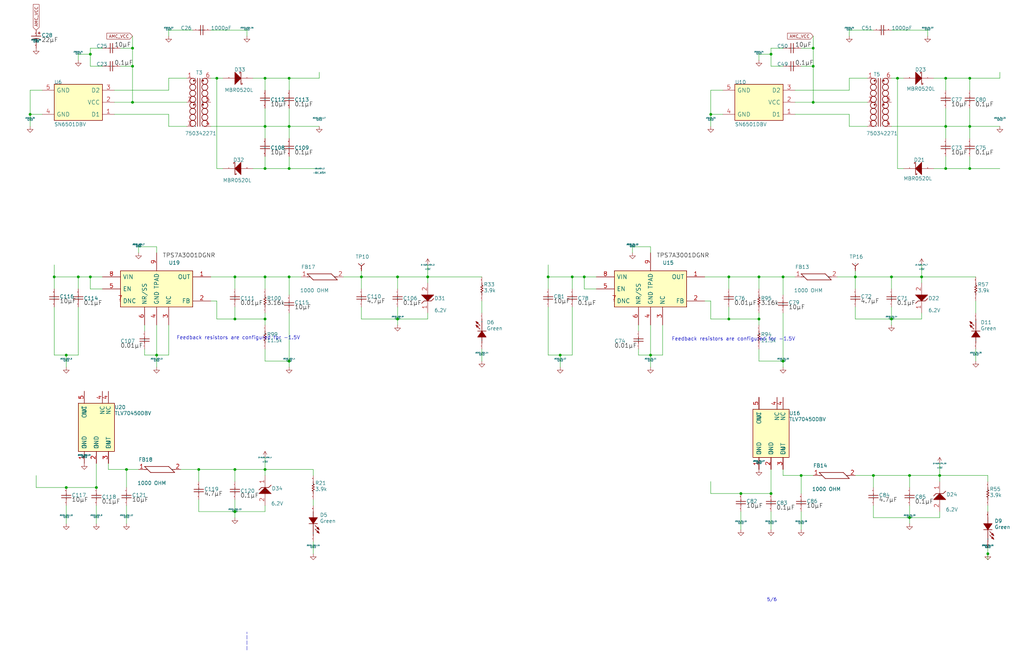
<source format=kicad_sch>
(kicad_sch (version 20210406) (generator eeschema)
  (paper "B")
  (title_block (title "Pg6-Power supply 1-SchDoc") (date "29 01 2021"))
  (lib_symbols
    (symbol "Pg5-Power-supply-1-SchDoc-rescue:06031C103J4Z4A-" (pin_names (offset 1.016))
      (property "Reference" "C" (at -10.16 -2.54 0))
      (property "Value" "06031C103J4Z4A-" (at 0 0 0))
      (symbol "06031C103J4Z4A-_0_1"
        (pin passive line (at 5.08 0 180) (length 2.54) (name "1") (number "1"))
        (pin passive line (at -2.54 0 0) (length 2.54) (name "2") (number "2"))
      )
    )
    (symbol "Pg5-Power-supply-1-SchDoc-rescue:202R18W102KV4E-" (pin_names (offset 1.016))
      (property "Reference" "C" (at -10.16 0 0))
      (property "Value" "202R18W102KV4E-" (at 0 0 0))
      (symbol "202R18W102KV4E-_0_1"
        (pin passive line (at 5.08 0 180) (length 2.54) (name "1") (number "1"))
        (pin passive line (at -2.54 0 0) (length 2.54) (name "2") (number "2"))
      )
    )
    (symbol "Pg5-Power-supply-1-SchDoc-rescue:C0603C104K5RACTU-" (pin_names (offset 1.016))
      (property "Reference" "C" (at -7.62 0 0))
      (property "Value" "C0603C104K5RACTU-" (at 0 0 0))
      (symbol "C0603C104K5RACTU-_0_1"
        (pin passive line (at 5.08 0 180) (length 2.54) (name "1") (number "1"))
        (pin passive line (at -2.54 0 0) (length 2.54) (name "2") (number "2"))
      )
    )
    (symbol "Pg5-Power-supply-1-SchDoc-rescue:C2012X5R1H475K125AB-" (pin_names (offset 1.016))
      (property "Reference" "C" (at 2.286 -1.524 0))
      (property "Value" "C2012X5R1H475K125AB-" (at 0 0 0))
      (symbol "C2012X5R1H475K125AB-_0_1"
        (pin passive line (at 5.08 0 180) (length 2.54) (name "1") (number "1"))
        (pin passive line (at -2.54 0 0) (length 2.54) (name "2") (number "2"))
      )
    )
    (symbol "Pg5-Power-supply-1-SchDoc-rescue:CRCW060311K5FKEA-" (pin_names (offset 1.016))
      (property "Reference" "R" (at 0.762 0.254 0))
      (property "Value" "CRCW060311K5FKEA-" (at 0 0 0))
      (symbol "CRCW060311K5FKEA-_0_1"
        (pin passive line (at -5.08 0 0) (length 2.54) (name "1") (number "1"))
        (pin passive line (at 5.08 0 180) (length 2.54) (name "2") (number "2"))
      )
    )
    (symbol "Pg5-Power-supply-1-SchDoc-rescue:CRCW06033K90JNEA-" (pin_names (offset 1.016))
      (property "Reference" "R" (at 0.762 1.016 0))
      (property "Value" "CRCW06033K90JNEA-" (at 0 0 0))
      (symbol "CRCW06033K90JNEA-_0_1"
        (pin passive line (at -5.08 0 0) (length 2.54) (name "1") (number "1"))
        (pin passive line (at 5.08 0 180) (length 2.54) (name "2") (number "2"))
      )
    )
    (symbol "Pg5-Power-supply-1-SchDoc-rescue:DFLZ6V2-7-" (pin_names (offset 1.016))
      (property "Reference" "D" (at 2.794 0.254 0))
      (property "Value" "DFLZ6V2-7-" (at 2.794 -2.286 90))
      (symbol "DFLZ6V2-7-_0_1"
        (pin passive line (at -5.08 0 0) (length 5.08) (name "K") (number "1"))
        (pin passive line (at 7.62 0 180) (length 5.08) (name "A") (number "2"))
      )
    )
    (symbol "Pg5-Power-supply-1-SchDoc-rescue:GMK325AB7106MM-T-" (pin_names (offset 1.016))
      (property "Reference" "C" (at -7.62 0 0))
      (property "Value" "GMK325AB7106MM-T-" (at 0 0 0))
      (symbol "GMK325AB7106MM-T-_0_1"
        (pin passive line (at 5.08 0 180) (length 2.54) (name "1") (number "1"))
        (pin passive line (at -2.54 0 0) (length 2.54) (name "2") (number "2"))
      )
    )
    (symbol "Pg5-Power-supply-1-SchDoc-rescue:LED_LG_L29K-G2J1-24-Z-" (pin_names (offset 1.016))
      (property "Reference" "D" (at 2.794 -4.826 0))
      (property "Value" "LED_LG_L29K-G2J1-24-Z-" (at 0 0 0))
      (symbol "LED_LG_L29K-G2J1-24-Z-_0_1"
        (pin passive line (at 15.24 0 180) (length 2.54) (name "C") (number "1"))
        (pin passive line (at 0 0 0) (length 2.54) (name "A") (number "2"))
      )
    )
    (symbol "Pg5-Power-supply-1-SchDoc-rescue:MBR0520LT1G-" (pin_names (offset 1.016))
      (property "Reference" "D" (at -2.794 2.794 0))
      (property "Value" "MBR0520LT1G-" (at -6.35 -5.334 0))
      (symbol "MBR0520LT1G-_0_1"
        (pin passive line (at -5.08 0 0) (length 5.08) (name "K") (number "1"))
        (pin passive line (at 7.62 0 180) (length 5.08) (name "A") (number "2"))
      )
    )
    (symbol "Pg5-Power-supply-1-SchDoc-rescue:MMZ1608B102C-" (pin_names (offset 1.016))
      (property "Reference" "FB" (at -2.54 0.762 0))
      (property "Value" "MMZ1608B102C-" (at 5.08 0.762 0))
      (symbol "MMZ1608B102C-_0_1"
        (pin passive line (at -2.54 -2.54 0) (length 2.54) (name "1") (number "1"))
        (pin passive line (at 15.24 -2.54 180) (length 2.54) (name "2") (number "2"))
      )
    )
    (symbol "Pg5-Power-supply-1-SchDoc-rescue:RC0603FR-073K16L-" (pin_names (offset 1.016))
      (property "Reference" "R" (at 0.762 0.254 0))
      (property "Value" "RC0603FR-073K16L-" (at 0 0 0))
      (symbol "RC0603FR-073K16L-_0_1"
        (pin passive line (at -5.08 0 0) (length 2.54) (name "1") (number "1"))
        (pin passive line (at 5.08 0 180) (length 2.54) (name "2") (number "2"))
      )
    )
    (symbol "Pg5-Power-supply-1-SchDoc-rescue:SN6501DBV-" (pin_names (offset 1.016))
      (property "Reference" "U" (at -10.16 7.62 0))
      (property "Value" "SN6501DBV-" (at -10.16 -10.16 0))
      (symbol "SN6501DBV-_0_1"
        (pin output line (at 15.24 5.08 180) (length 5.08) (name "D1") (number "1"))
        (pin power_in line (at 15.24 0 180) (length 5.08) (name "VCC") (number "2"))
        (pin output line (at 15.24 -5.08 180) (length 5.08) (name "D2") (number "3"))
        (pin power_in line (at -15.24 5.08 0) (length 5.08) (name "GND") (number "4"))
        (pin power_in line (at -15.24 -5.08 0) (length 5.08) (name "GND") (number "5"))
      )
    )
    (symbol "Pg5-Power-supply-1-SchDoc-rescue:TLV70450DBV-" (pin_names (offset 1.016))
      (property "Reference" "U" (at 7.62 7.62 0))
      (property "Value" "TLV70450DBV-" (at 7.62 5.08 90))
      (symbol "TLV70450DBV-_0_1"
        (pin power_in line (at -15.24 5.08 0) (length 5.08) (name "GND") (number "1"))
        (pin power_in line (at -15.24 5.08 0) (length 5.08) (name "IN") (number "1"))
        (pin power_in line (at -15.24 0 0) (length 5.08) (name "GND") (number "2"))
        (pin input line (at -15.24 0 0) (length 5.08) (name "IN") (number "2"))
        (pin input line (at -15.24 -5.08 0) (length 5.08) (name "EN") (number "3"))
        (pin output line (at -15.24 -5.08 0) (length 5.08) (name "OUT") (number "3"))
        (pin passive line (at 15.24 -5.08 180) (length 5.08) (name "NC") (number "4"))
        (pin power_in line (at 15.24 -2.54 180) (length 5.08) (name "NC") (number "4"))
        (pin power_in line (at 15.24 5.08 180) (length 5.08) (name "NC") (number "5"))
        (pin power_in line (at 15.24 5.08 180) (length 5.08) (name "OUT") (number "5"))
      )
    )
    (symbol "Pg5-Power-supply-1-SchDoc-rescue:TP-040_RND-" (pin_names (offset 1.016))
      (property "Reference" "TP" (at -2.54 5.08 0))
      (property "Value" "TP-040_RND-" (at 0 0 0))
      (symbol "TP-040_RND-_0_1"
        (pin passive line (at 0 0 90) (length 2.032) (name "1") (number "1"))
      )
    )
    (symbol "Pg5-Power-supply-1-SchDoc-rescue:TPS7A3001DGNR-" (pin_names (offset 1.016))
      (property "Reference" "U" (at -10.16 2.54 0))
      (property "Value" "TPS7A3001DGNR-" (at -43.18 -22.86 0))
      (symbol "TPS7A3001DGNR-_0_1"
        (pin power_in line (at -7.62 -2.54 0) (length 7.62) (name "OUT") (number "1"))
        (pin input line (at -7.62 -12.7 0) (length 7.62) (name "FB") (number "2"))
        (pin passive line (at 10.16 -22.86 90) (length 7.62) (name "NC") (number "3"))
        (pin power_in line (at 15.24 -22.86 90) (length 7.62) (name "GND") (number "4"))
        (pin input line (at 38.1 -7.62 180) (length 7.62) (name "EN") (number "5"))
        (pin input line (at 20.32 -22.86 90) (length 7.62) (name "NR/SS") (number "6"))
        (pin passive line (at 30.734 -12.7 180) (length 0.254) (name "DNC") (number "7"))
        (pin power_in line (at 38.1 -2.54 180) (length 7.62) (name "VIN") (number "8"))
        (pin passive line (at 15.24 7.62 270) (length 7.62) (name "TPAD") (number "9"))
      )
    )
    (symbol "Pg5-Power-supply-1-SchDoc-rescue:TRNSFMR-" (pin_names (offset 1.016))
      (property "Reference" "T" (at 0 0.762 0))
      (property "Value" "TRNSFMR-" (at -3.048 -24.13 0))
      (symbol "TRNSFMR-_0_1"
        (pin passive line (at -2.54 0 0) (length 2.54) (name "1") (number "1"))
        (pin passive line (at -2.54 -10.16 0) (length 2.54) (name "2") (number "2"))
        (pin passive line (at -2.54 -20.32 0) (length 2.54) (name "3") (number "3"))
        (pin passive line (at 7.62 -20.32 180) (length 2.54) (name "4") (number "4"))
        (pin passive line (at 7.62 -10.16 180) (length 2.54) (name "5") (number "5"))
        (pin passive line (at 7.62 0 180) (length 2.54) (name "6") (number "6"))
      )
    )
    (symbol "Pg5-Power-supply-1-SchDoc-rescue:UUD1E220MCL1GS-" (pin_names (offset 1.016))
      (property "Reference" "C" (at 2.286 2.032 0))
      (property "Value" "UUD1E220MCL1GS-" (at 0 0 0))
      (symbol "UUD1E220MCL1GS-_0_1"
        (pin passive line (at 5.08 0 180) (length 2.54) (name "+") (number "1"))
        (pin passive line (at -2.54 0 0) (length 2.54) (name "-") (number "2"))
      )
    )
    (symbol "power:+5V" (power) (pin_names (offset 0))
      (property "Value" "+5V" (at 0 3.556 0))
      (symbol "+5V_1_1"
        (pin power_in line (at 0 0 90) (length 0) hide (name "+5V") (number "1"))
      )
    )
    (symbol "power:GND" (power) (pin_names (offset 0))
      (property "Value" "GND" (at 0 -3.81 0))
      (symbol "GND_1_1"
        (pin power_in line (at 0 0 270) (length 0) hide (name "GND") (number "1"))
      )
    )
  )
  (junction (at 12.7 48.26) (diameter 1.016))
  (junction (at 22.86 116.84) (diameter 1.016))
  (junction (at 27.94 149.86) (diameter 1.016))
  (junction (at 27.94 205.74) (diameter 1.016))
  (junction (at 33.02 116.84) (diameter 1.016))
  (junction (at 38.1 22.86) (diameter 1.016))
  (junction (at 38.1 116.84) (diameter 1.016))
  (junction (at 40.64 205.74) (diameter 1.016))
  (junction (at 53.34 198.12) (diameter 1.016))
  (junction (at 55.88 20.32) (diameter 1.016))
  (junction (at 55.88 27.94) (diameter 1.016))
  (junction (at 55.88 43.18) (diameter 1.016))
  (junction (at 66.04 149.86) (diameter 1.016))
  (junction (at 83.82 198.12) (diameter 1.016))
  (junction (at 91.44 33.02) (diameter 1.016))
  (junction (at 99.06 116.84) (diameter 1.016))
  (junction (at 99.06 134.62) (diameter 1.016))
  (junction (at 99.06 198.12) (diameter 1.016))
  (junction (at 99.06 215.9) (diameter 1.016))
  (junction (at 111.76 33.02) (diameter 1.016))
  (junction (at 111.76 53.34) (diameter 1.016))
  (junction (at 111.76 71.12) (diameter 1.016))
  (junction (at 111.76 116.84) (diameter 1.016))
  (junction (at 111.76 134.62) (diameter 1.016))
  (junction (at 111.76 198.12) (diameter 1.016))
  (junction (at 121.92 33.02) (diameter 1.016))
  (junction (at 121.92 53.34) (diameter 1.016))
  (junction (at 121.92 71.12) (diameter 1.016))
  (junction (at 121.92 116.84) (diameter 1.016))
  (junction (at 121.92 152.4) (diameter 1.016))
  (junction (at 152.4 116.84) (diameter 1.016))
  (junction (at 167.64 116.84) (diameter 1.016))
  (junction (at 167.64 134.62) (diameter 1.016))
  (junction (at 180.34 116.84) (diameter 1.016))
  (junction (at 231.14 116.84) (diameter 1.016))
  (junction (at 236.22 149.86) (diameter 1.016))
  (junction (at 241.3 116.84) (diameter 1.016))
  (junction (at 246.38 116.84) (diameter 1.016))
  (junction (at 274.32 149.86) (diameter 1.016))
  (junction (at 299.72 48.26) (diameter 1.016))
  (junction (at 307.34 116.84) (diameter 1.016))
  (junction (at 307.34 134.62) (diameter 1.016))
  (junction (at 312.42 208.28) (diameter 1.016))
  (junction (at 320.04 116.84) (diameter 1.016))
  (junction (at 320.04 134.62) (diameter 1.016))
  (junction (at 325.12 22.86) (diameter 1.016))
  (junction (at 325.12 208.28) (diameter 1.016))
  (junction (at 330.2 116.84) (diameter 1.016))
  (junction (at 330.2 152.4) (diameter 1.016))
  (junction (at 337.82 200.66) (diameter 1.016))
  (junction (at 342.9 20.32) (diameter 1.016))
  (junction (at 342.9 27.94) (diameter 1.016))
  (junction (at 342.9 43.18) (diameter 1.016))
  (junction (at 360.68 116.84) (diameter 1.016))
  (junction (at 368.3 200.66) (diameter 1.016))
  (junction (at 375.92 116.84) (diameter 1.016))
  (junction (at 375.92 134.62) (diameter 1.016))
  (junction (at 378.46 33.02) (diameter 1.016))
  (junction (at 383.54 200.66) (diameter 1.016))
  (junction (at 383.54 218.44) (diameter 1.016))
  (junction (at 388.62 116.84) (diameter 1.016))
  (junction (at 396.24 200.66) (diameter 1.016))
  (junction (at 398.78 33.02) (diameter 1.016))
  (junction (at 398.78 53.34) (diameter 1.016))
  (junction (at 398.78 71.12) (diameter 1.016))
  (junction (at 408.94 33.02) (diameter 1.016))
  (junction (at 408.94 53.34) (diameter 1.016))
  (junction (at 408.94 71.12) (diameter 1.016))
  (junction (at 416.56 233.68) (diameter 1.016))
  (wire (pts (xy 12.7 38.1) (xy 17.78 38.1)))
  (wire (pts (xy 12.7 48.26) (xy 12.7 38.1)))
  (wire (pts (xy 12.7 48.26) (xy 17.78 48.26)))
  (wire (pts (xy 12.7 53.34) (xy 12.7 48.26)))
  (wire (pts (xy 15.24 200.66) (xy 15.24 205.74)))
  (wire (pts (xy 15.24 205.74) (xy 27.94 205.74)))
  (wire (pts (xy 22.86 111.76) (xy 22.86 116.84)))
  (wire (pts (xy 22.86 116.84) (xy 22.86 121.92)))
  (wire (pts (xy 22.86 116.84) (xy 33.02 116.84)))
  (wire (pts (xy 22.86 129.54) (xy 22.86 149.86)))
  (wire (pts (xy 22.86 149.86) (xy 27.94 149.86)))
  (wire (pts (xy 27.94 149.86) (xy 27.94 154.94)))
  (wire (pts (xy 27.94 213.36) (xy 27.94 220.98)))
  (wire (pts (xy 33.02 22.86) (xy 33.02 25.4)))
  (wire (pts (xy 33.02 116.84) (xy 33.02 121.92)))
  (wire (pts (xy 33.02 116.84) (xy 38.1 116.84)))
  (wire (pts (xy 33.02 129.54) (xy 33.02 149.86)))
  (wire (pts (xy 33.02 149.86) (xy 27.94 149.86)))
  (wire (pts (xy 38.1 20.32) (xy 38.1 22.86)))
  (wire (pts (xy 38.1 22.86) (xy 33.02 22.86)))
  (wire (pts (xy 38.1 22.86) (xy 38.1 27.94)))
  (wire (pts (xy 38.1 27.94) (xy 43.18 27.94)))
  (wire (pts (xy 38.1 116.84) (xy 38.1 121.92)))
  (wire (pts (xy 38.1 116.84) (xy 43.18 116.84)))
  (wire (pts (xy 38.1 121.92) (xy 43.18 121.92)))
  (wire (pts (xy 40.64 195.58) (xy 40.64 205.74)))
  (wire (pts (xy 40.64 205.74) (xy 27.94 205.74)))
  (wire (pts (xy 40.64 213.36) (xy 40.64 220.98)))
  (wire (pts (xy 43.18 20.32) (xy 38.1 20.32)))
  (wire (pts (xy 45.72 195.58) (xy 45.72 198.12)))
  (wire (pts (xy 45.72 198.12) (xy 53.34 198.12)))
  (wire (pts (xy 48.26 43.18) (xy 55.88 43.18)))
  (wire (pts (xy 53.34 198.12) (xy 53.34 205.74)))
  (wire (pts (xy 53.34 198.12) (xy 58.42 198.12)))
  (wire (pts (xy 53.34 213.36) (xy 53.34 220.98)))
  (wire (pts (xy 55.88 20.32) (xy 50.8 20.32)))
  (wire (pts (xy 55.88 20.32) (xy 55.88 15.24)))
  (wire (pts (xy 55.88 27.94) (xy 50.8 27.94)))
  (wire (pts (xy 55.88 27.94) (xy 55.88 20.32)))
  (wire (pts (xy 55.88 43.18) (xy 55.88 27.94)))
  (wire (pts (xy 55.88 43.18) (xy 78.74 43.18)))
  (wire (pts (xy 58.42 104.14) (xy 66.04 104.14)))
  (wire (pts (xy 58.42 106.68) (xy 58.42 104.14)))
  (wire (pts (xy 60.96 137.16) (xy 60.96 139.7)))
  (wire (pts (xy 60.96 147.32) (xy 60.96 149.86)))
  (wire (pts (xy 60.96 149.86) (xy 66.04 149.86)))
  (wire (pts (xy 66.04 104.14) (xy 66.04 106.68)))
  (wire (pts (xy 66.04 137.16) (xy 66.04 149.86)))
  (wire (pts (xy 66.04 149.86) (xy 66.04 154.94)))
  (wire (pts (xy 71.12 12.7) (xy 71.12 15.24)))
  (wire (pts (xy 71.12 33.02) (xy 71.12 38.1)))
  (wire (pts (xy 71.12 38.1) (xy 48.26 38.1)))
  (wire (pts (xy 71.12 48.26) (xy 48.26 48.26)))
  (wire (pts (xy 71.12 53.34) (xy 71.12 48.26)))
  (wire (pts (xy 71.12 137.16) (xy 71.12 149.86)))
  (wire (pts (xy 71.12 149.86) (xy 66.04 149.86)))
  (wire (pts (xy 78.74 33.02) (xy 71.12 33.02)))
  (wire (pts (xy 78.74 53.34) (xy 71.12 53.34)))
  (wire (pts (xy 81.28 12.7) (xy 71.12 12.7)))
  (wire (pts (xy 83.82 198.12) (xy 76.2 198.12)))
  (wire (pts (xy 83.82 198.12) (xy 83.82 203.2)))
  (wire (pts (xy 83.82 215.9) (xy 83.82 210.82)))
  (wire (pts (xy 88.9 12.7) (xy 104.14 12.7)))
  (wire (pts (xy 88.9 33.02) (xy 91.44 33.02)))
  (wire (pts (xy 88.9 116.84) (xy 99.06 116.84)))
  (wire (pts (xy 88.9 127) (xy 91.44 127)))
  (wire (pts (xy 91.44 33.02) (xy 91.44 71.12)))
  (wire (pts (xy 91.44 33.02) (xy 93.98 33.02)))
  (wire (pts (xy 91.44 71.12) (xy 93.98 71.12)))
  (wire (pts (xy 91.44 127) (xy 91.44 134.62)))
  (wire (pts (xy 91.44 134.62) (xy 99.06 134.62)))
  (wire (pts (xy 99.06 116.84) (xy 99.06 121.92)))
  (wire (pts (xy 99.06 116.84) (xy 111.76 116.84)))
  (wire (pts (xy 99.06 129.54) (xy 99.06 134.62)))
  (wire (pts (xy 99.06 134.62) (xy 111.76 134.62)))
  (wire (pts (xy 99.06 198.12) (xy 83.82 198.12)))
  (wire (pts (xy 99.06 198.12) (xy 99.06 203.2)))
  (wire (pts (xy 99.06 210.82) (xy 99.06 215.9)))
  (wire (pts (xy 99.06 215.9) (xy 83.82 215.9)))
  (wire (pts (xy 99.06 215.9) (xy 99.06 218.44)))
  (wire (pts (xy 104.14 12.7) (xy 104.14 15.24)))
  (wire (pts (xy 111.76 33.02) (xy 106.68 33.02)))
  (wire (pts (xy 111.76 33.02) (xy 111.76 38.1)))
  (wire (pts (xy 111.76 45.72) (xy 111.76 53.34)))
  (wire (pts (xy 111.76 53.34) (xy 88.9 53.34)))
  (wire (pts (xy 111.76 53.34) (xy 111.76 58.42)))
  (wire (pts (xy 111.76 71.12) (xy 106.68 71.12)))
  (wire (pts (xy 111.76 71.12) (xy 111.76 66.04)))
  (wire (pts (xy 111.76 116.84) (xy 111.76 121.92)))
  (wire (pts (xy 111.76 116.84) (xy 121.92 116.84)))
  (wire (pts (xy 111.76 132.08) (xy 111.76 134.62)))
  (wire (pts (xy 111.76 134.62) (xy 111.76 137.16)))
  (wire (pts (xy 111.76 147.32) (xy 111.76 152.4)))
  (wire (pts (xy 111.76 152.4) (xy 121.92 152.4)))
  (wire (pts (xy 111.76 193.04) (xy 111.76 198.12)))
  (wire (pts (xy 111.76 198.12) (xy 99.06 198.12)))
  (wire (pts (xy 111.76 198.12) (xy 132.08 198.12)))
  (wire (pts (xy 111.76 200.66) (xy 111.76 198.12)))
  (wire (pts (xy 111.76 213.36) (xy 111.76 215.9)))
  (wire (pts (xy 111.76 215.9) (xy 99.06 215.9)))
  (wire (pts (xy 121.92 33.02) (xy 111.76 33.02)))
  (wire (pts (xy 121.92 38.1) (xy 121.92 33.02)))
  (wire (pts (xy 121.92 45.72) (xy 121.92 53.34)))
  (wire (pts (xy 121.92 53.34) (xy 111.76 53.34)))
  (wire (pts (xy 121.92 53.34) (xy 121.92 58.42)))
  (wire (pts (xy 121.92 66.04) (xy 121.92 71.12)))
  (wire (pts (xy 121.92 71.12) (xy 111.76 71.12)))
  (wire (pts (xy 121.92 116.84) (xy 121.92 124.46)))
  (wire (pts (xy 121.92 116.84) (xy 127 116.84)))
  (wire (pts (xy 121.92 132.08) (xy 121.92 152.4)))
  (wire (pts (xy 121.92 152.4) (xy 121.92 154.94)))
  (wire (pts (xy 132.08 198.12) (xy 132.08 200.66)))
  (wire (pts (xy 132.08 210.82) (xy 132.08 213.36)))
  (wire (pts (xy 132.08 228.6) (xy 132.08 233.68)))
  (wire (pts (xy 134.62 30.48) (xy 134.62 33.02)))
  (wire (pts (xy 134.62 33.02) (xy 121.92 33.02)))
  (wire (pts (xy 134.62 53.34) (xy 121.92 53.34)))
  (wire (pts (xy 134.62 71.12) (xy 121.92 71.12)))
  (wire (pts (xy 152.4 116.84) (xy 144.78 116.84)))
  (wire (pts (xy 152.4 116.84) (xy 152.4 114.3)))
  (wire (pts (xy 152.4 116.84) (xy 152.4 121.92)))
  (wire (pts (xy 152.4 134.62) (xy 152.4 129.54)))
  (wire (pts (xy 167.64 116.84) (xy 152.4 116.84)))
  (wire (pts (xy 167.64 116.84) (xy 167.64 121.92)))
  (wire (pts (xy 167.64 129.54) (xy 167.64 134.62)))
  (wire (pts (xy 167.64 134.62) (xy 152.4 134.62)))
  (wire (pts (xy 167.64 134.62) (xy 167.64 137.16)))
  (wire (pts (xy 180.34 111.76) (xy 180.34 116.84)))
  (wire (pts (xy 180.34 116.84) (xy 167.64 116.84)))
  (wire (pts (xy 180.34 119.38) (xy 180.34 116.84)))
  (wire (pts (xy 180.34 132.08) (xy 180.34 134.62)))
  (wire (pts (xy 180.34 134.62) (xy 167.64 134.62)))
  (wire (pts (xy 203.2 116.84) (xy 180.34 116.84)))
  (wire (pts (xy 203.2 132.08) (xy 203.2 127)))
  (wire (pts (xy 203.2 147.32) (xy 203.2 152.4)))
  (wire (pts (xy 231.14 111.76) (xy 231.14 116.84)))
  (wire (pts (xy 231.14 116.84) (xy 231.14 121.92)))
  (wire (pts (xy 231.14 116.84) (xy 241.3 116.84)))
  (wire (pts (xy 231.14 129.54) (xy 231.14 149.86)))
  (wire (pts (xy 231.14 149.86) (xy 236.22 149.86)))
  (wire (pts (xy 236.22 149.86) (xy 236.22 154.94)))
  (wire (pts (xy 241.3 116.84) (xy 241.3 121.92)))
  (wire (pts (xy 241.3 116.84) (xy 246.38 116.84)))
  (wire (pts (xy 241.3 129.54) (xy 241.3 149.86)))
  (wire (pts (xy 241.3 149.86) (xy 236.22 149.86)))
  (wire (pts (xy 246.38 116.84) (xy 246.38 121.92)))
  (wire (pts (xy 246.38 116.84) (xy 251.46 116.84)))
  (wire (pts (xy 246.38 121.92) (xy 251.46 121.92)))
  (wire (pts (xy 266.7 104.14) (xy 274.32 104.14)))
  (wire (pts (xy 266.7 106.68) (xy 266.7 104.14)))
  (wire (pts (xy 269.24 137.16) (xy 269.24 139.7)))
  (wire (pts (xy 269.24 147.32) (xy 269.24 149.86)))
  (wire (pts (xy 269.24 149.86) (xy 274.32 149.86)))
  (wire (pts (xy 274.32 104.14) (xy 274.32 106.68)))
  (wire (pts (xy 274.32 137.16) (xy 274.32 149.86)))
  (wire (pts (xy 274.32 149.86) (xy 274.32 154.94)))
  (wire (pts (xy 279.4 137.16) (xy 279.4 149.86)))
  (wire (pts (xy 279.4 149.86) (xy 274.32 149.86)))
  (wire (pts (xy 297.18 116.84) (xy 307.34 116.84)))
  (wire (pts (xy 297.18 127) (xy 299.72 127)))
  (wire (pts (xy 299.72 38.1) (xy 304.8 38.1)))
  (wire (pts (xy 299.72 48.26) (xy 299.72 38.1)))
  (wire (pts (xy 299.72 48.26) (xy 304.8 48.26)))
  (wire (pts (xy 299.72 53.34) (xy 299.72 48.26)))
  (wire (pts (xy 299.72 127) (xy 299.72 134.62)))
  (wire (pts (xy 299.72 134.62) (xy 307.34 134.62)))
  (wire (pts (xy 299.72 203.2) (xy 299.72 208.28)))
  (wire (pts (xy 299.72 208.28) (xy 312.42 208.28)))
  (wire (pts (xy 307.34 116.84) (xy 307.34 121.92)))
  (wire (pts (xy 307.34 116.84) (xy 320.04 116.84)))
  (wire (pts (xy 307.34 129.54) (xy 307.34 134.62)))
  (wire (pts (xy 307.34 134.62) (xy 320.04 134.62)))
  (wire (pts (xy 312.42 215.9) (xy 312.42 223.52)))
  (wire (pts (xy 320.04 22.86) (xy 320.04 25.4)))
  (wire (pts (xy 320.04 116.84) (xy 320.04 121.92)))
  (wire (pts (xy 320.04 116.84) (xy 330.2 116.84)))
  (wire (pts (xy 320.04 132.08) (xy 320.04 134.62)))
  (wire (pts (xy 320.04 134.62) (xy 320.04 137.16)))
  (wire (pts (xy 320.04 147.32) (xy 320.04 152.4)))
  (wire (pts (xy 320.04 152.4) (xy 330.2 152.4)))
  (wire (pts (xy 325.12 20.32) (xy 325.12 22.86)))
  (wire (pts (xy 325.12 22.86) (xy 320.04 22.86)))
  (wire (pts (xy 325.12 22.86) (xy 325.12 27.94)))
  (wire (pts (xy 325.12 27.94) (xy 330.2 27.94)))
  (wire (pts (xy 325.12 198.12) (xy 325.12 208.28)))
  (wire (pts (xy 325.12 208.28) (xy 312.42 208.28)))
  (wire (pts (xy 325.12 215.9) (xy 325.12 223.52)))
  (wire (pts (xy 330.2 20.32) (xy 325.12 20.32)))
  (wire (pts (xy 330.2 116.84) (xy 330.2 124.46)))
  (wire (pts (xy 330.2 116.84) (xy 335.28 116.84)))
  (wire (pts (xy 330.2 132.08) (xy 330.2 152.4)))
  (wire (pts (xy 330.2 152.4) (xy 330.2 154.94)))
  (wire (pts (xy 330.2 198.12) (xy 330.2 200.66)))
  (wire (pts (xy 330.2 200.66) (xy 337.82 200.66)))
  (wire (pts (xy 335.28 43.18) (xy 342.9 43.18)))
  (wire (pts (xy 337.82 200.66) (xy 337.82 208.28)))
  (wire (pts (xy 337.82 200.66) (xy 342.9 200.66)))
  (wire (pts (xy 337.82 215.9) (xy 337.82 223.52)))
  (wire (pts (xy 342.9 20.32) (xy 337.82 20.32)))
  (wire (pts (xy 342.9 20.32) (xy 342.9 15.24)))
  (wire (pts (xy 342.9 27.94) (xy 337.82 27.94)))
  (wire (pts (xy 342.9 27.94) (xy 342.9 20.32)))
  (wire (pts (xy 342.9 43.18) (xy 342.9 27.94)))
  (wire (pts (xy 342.9 43.18) (xy 365.76 43.18)))
  (wire (pts (xy 358.14 12.7) (xy 358.14 15.24)))
  (wire (pts (xy 358.14 33.02) (xy 358.14 38.1)))
  (wire (pts (xy 358.14 38.1) (xy 335.28 38.1)))
  (wire (pts (xy 358.14 48.26) (xy 335.28 48.26)))
  (wire (pts (xy 358.14 53.34) (xy 358.14 48.26)))
  (wire (pts (xy 360.68 116.84) (xy 353.06 116.84)))
  (wire (pts (xy 360.68 116.84) (xy 360.68 114.3)))
  (wire (pts (xy 360.68 116.84) (xy 360.68 121.92)))
  (wire (pts (xy 360.68 134.62) (xy 360.68 129.54)))
  (wire (pts (xy 365.76 33.02) (xy 358.14 33.02)))
  (wire (pts (xy 365.76 53.34) (xy 358.14 53.34)))
  (wire (pts (xy 368.3 12.7) (xy 358.14 12.7)))
  (wire (pts (xy 368.3 200.66) (xy 360.68 200.66)))
  (wire (pts (xy 368.3 200.66) (xy 368.3 205.74)))
  (wire (pts (xy 368.3 218.44) (xy 368.3 213.36)))
  (wire (pts (xy 375.92 12.7) (xy 391.16 12.7)))
  (wire (pts (xy 375.92 33.02) (xy 378.46 33.02)))
  (wire (pts (xy 375.92 116.84) (xy 360.68 116.84)))
  (wire (pts (xy 375.92 116.84) (xy 375.92 121.92)))
  (wire (pts (xy 375.92 129.54) (xy 375.92 134.62)))
  (wire (pts (xy 375.92 134.62) (xy 360.68 134.62)))
  (wire (pts (xy 375.92 134.62) (xy 375.92 137.16)))
  (wire (pts (xy 378.46 33.02) (xy 378.46 71.12)))
  (wire (pts (xy 378.46 33.02) (xy 381 33.02)))
  (wire (pts (xy 378.46 71.12) (xy 381 71.12)))
  (wire (pts (xy 383.54 200.66) (xy 368.3 200.66)))
  (wire (pts (xy 383.54 200.66) (xy 383.54 205.74)))
  (wire (pts (xy 383.54 213.36) (xy 383.54 218.44)))
  (wire (pts (xy 383.54 218.44) (xy 368.3 218.44)))
  (wire (pts (xy 383.54 218.44) (xy 383.54 220.98)))
  (wire (pts (xy 388.62 111.76) (xy 388.62 116.84)))
  (wire (pts (xy 388.62 116.84) (xy 375.92 116.84)))
  (wire (pts (xy 388.62 119.38) (xy 388.62 116.84)))
  (wire (pts (xy 388.62 132.08) (xy 388.62 134.62)))
  (wire (pts (xy 388.62 134.62) (xy 375.92 134.62)))
  (wire (pts (xy 391.16 12.7) (xy 391.16 15.24)))
  (wire (pts (xy 396.24 195.58) (xy 396.24 200.66)))
  (wire (pts (xy 396.24 200.66) (xy 383.54 200.66)))
  (wire (pts (xy 396.24 200.66) (xy 416.56 200.66)))
  (wire (pts (xy 396.24 203.2) (xy 396.24 200.66)))
  (wire (pts (xy 396.24 215.9) (xy 396.24 218.44)))
  (wire (pts (xy 396.24 218.44) (xy 383.54 218.44)))
  (wire (pts (xy 398.78 33.02) (xy 393.7 33.02)))
  (wire (pts (xy 398.78 33.02) (xy 398.78 38.1)))
  (wire (pts (xy 398.78 45.72) (xy 398.78 53.34)))
  (wire (pts (xy 398.78 53.34) (xy 375.92 53.34)))
  (wire (pts (xy 398.78 53.34) (xy 398.78 58.42)))
  (wire (pts (xy 398.78 71.12) (xy 393.7 71.12)))
  (wire (pts (xy 398.78 71.12) (xy 398.78 66.04)))
  (wire (pts (xy 408.94 33.02) (xy 398.78 33.02)))
  (wire (pts (xy 408.94 38.1) (xy 408.94 33.02)))
  (wire (pts (xy 408.94 45.72) (xy 408.94 53.34)))
  (wire (pts (xy 408.94 53.34) (xy 398.78 53.34)))
  (wire (pts (xy 408.94 53.34) (xy 408.94 58.42)))
  (wire (pts (xy 408.94 66.04) (xy 408.94 71.12)))
  (wire (pts (xy 408.94 71.12) (xy 398.78 71.12)))
  (wire (pts (xy 411.48 116.84) (xy 388.62 116.84)))
  (wire (pts (xy 411.48 132.08) (xy 411.48 127)))
  (wire (pts (xy 411.48 147.32) (xy 411.48 152.4)))
  (wire (pts (xy 416.56 200.66) (xy 416.56 203.2)))
  (wire (pts (xy 416.56 213.36) (xy 416.56 215.9)))
  (wire (pts (xy 416.56 231.14) (xy 416.56 233.68)))
  (wire (pts (xy 416.56 233.68) (xy 416.56 236.22)))
  (wire (pts (xy 421.64 30.48) (xy 421.64 33.02)))
  (wire (pts (xy 421.64 33.02) (xy 408.94 33.02)))
  (wire (pts (xy 421.64 53.34) (xy 408.94 53.34)))
  (wire (pts (xy 421.64 71.12) (xy 408.94 71.12)))
  (polyline (pts (xy 104.14 274.32) (xy 104.14 266.7)) (stroke (width 0) (type dash)))
  (text "Feedback resistors are configured for -1.5V" (at 74.422 143.51 0) (effects (font (size 1.524 1.524)) (justify left bottom)))
  (text "Feedback resistors are configured for -1.5V" (at 283.21 144.018 0) (effects (font (size 1.524 1.524)) (justify left bottom)))
  (text "5/6" (at 327.66 254 180) (effects (font (size 1.4 1.4)) (justify right bottom)))
  (label "22µF" (at 17.526 18.288 0) (effects (font (size 1.778 1.778))))
  (label "10µF" (at 25.146 128.524 0) (effects (font (size 1.778 1.778))))
  (label "10µF" (at 30.226 212.344 0) (effects (font (size 1.778 1.778))))
  (label "0.1µF" (at 35.306 129.286 0) (effects (font (size 1.778 1.778))))
  (label "0.1µF" (at 42.926 213.106 0) (effects (font (size 1.778 1.778))))
  (label "10µF" (at 48.26 20.32 0) (effects (font (size 1.778 1.778))))
  (label "0.1µF" (at 48.26 27.94 0) (effects (font (size 1.778 1.778))))
  (label "0.01µF" (at 50.8 147.32 0) (effects (font (size 1.778 1.778))))
  (label "10µF" (at 55.626 212.344 0) (effects (font (size 1.778 1.778))))
  (label "TPS7A3001DGNR" (at 68.58 109.22 0) (effects (font (size 1.778 1.778))))
  (label "4.7µF" (at 86.106 209.804 0) (effects (font (size 1.778 1.778))))
  (label "0.01µF" (at 101.346 129.286 0) (effects (font (size 1.778 1.778))))
  (label "0.1µF" (at 101.346 210.566 0) (effects (font (size 1.778 1.778))))
  (label "3.16k" (at 112.522 129.286 0) (effects (font (size 1.778 1.778))))
  (label "10µF" (at 114.046 45.466 0) (effects (font (size 1.778 1.778))))
  (label "10µF" (at 114.046 65.786 0) (effects (font (size 1.778 1.778))))
  (label "0.1µF" (at 124.206 45.466 0) (effects (font (size 1.778 1.778))))
  (label "0.1µF" (at 124.206 65.786 0) (effects (font (size 1.778 1.778))))
  (label "10µF" (at 124.206 131.064 0) (effects (font (size 1.778 1.778))))
  (label "4.7µF" (at 154.686 128.524 0) (effects (font (size 1.778 1.778))))
  (label "0.1µF" (at 169.926 129.286 0) (effects (font (size 1.778 1.778))))
  (label "10µF" (at 233.426 128.524 0) (effects (font (size 1.778 1.778))))
  (label "0.1µF" (at 243.586 129.286 0) (effects (font (size 1.778 1.778))))
  (label "0.01µF" (at 259.08 147.32 0) (effects (font (size 1.778 1.778))))
  (label "TPS7A3001DGNR" (at 276.86 109.22 0) (effects (font (size 1.778 1.778))))
  (label "0.01µF" (at 309.626 129.286 0) (effects (font (size 1.778 1.778))))
  (label "10µF" (at 314.706 214.884 0) (effects (font (size 1.778 1.778))))
  (label "3.16k" (at 320.802 129.286 0) (effects (font (size 1.778 1.778))))
  (label "0.1µF" (at 327.406 215.646 0) (effects (font (size 1.778 1.778))))
  (label "10µF" (at 332.486 131.064 0) (effects (font (size 1.778 1.778))))
  (label "10µF" (at 335.28 20.32 0) (effects (font (size 1.778 1.778))))
  (label "0.1µF" (at 335.28 27.94 0) (effects (font (size 1.778 1.778))))
  (label "10µF" (at 340.106 214.884 0) (effects (font (size 1.778 1.778))))
  (label "4.7µF" (at 362.966 128.524 0) (effects (font (size 1.778 1.778))))
  (label "4.7µF" (at 370.586 212.344 0) (effects (font (size 1.778 1.778))))
  (label "0.1µF" (at 378.206 129.286 0) (effects (font (size 1.778 1.778))))
  (label "0.1µF" (at 385.826 213.106 0) (effects (font (size 1.778 1.778))))
  (label "10µF" (at 401.066 45.466 0) (effects (font (size 1.778 1.778))))
  (label "10µF" (at 401.066 65.786 0) (effects (font (size 1.778 1.778))))
  (label "0.1µF" (at 411.226 45.466 0) (effects (font (size 1.778 1.778))))
  (label "0.1µF" (at 411.226 65.786 0) (effects (font (size 1.778 1.778))))
  (global_label "AMC_VCC" (shape input) (at 15.24 12.7 90) (property "Intersheet References" "${INTERSHEET_REFS}" (effects hide)))
  (global_label "AMC_VCC" (shape input) (at 55.88 15.24 180) (property "Intersheet References" "${INTERSHEET_REFS}" (effects hide)))
  (global_label "AMC_VCC" (shape input) (at 342.9 15.24 180) (property "Intersheet References" "${INTERSHEET_REFS}" (effects hide)))
  (symbol (lib_id "power:+5V") (at 111.76 193.04 0) (unit 1)
    (property "Reference" "+5.0V_WSH_4" (at 111.76 193.04 0) (effects (font (size 0.508 0.508))))
    (property "Value" "5V" (at 111.76 194.818 0) (effects (font (size 0.762 0.762))))
  )
  (symbol (lib_id "power:+5V") (at 180.34 111.76 0) (unit 1)
    (property "Reference" "-5.0V_WSH_3" (at 180.34 111.76 0) (effects (font (size 0.508 0.508))))
    (property "Value" "5V" (at 180.34 113.538 0) (effects (font (size 0.762 0.762))))
  )
  (symbol (lib_id "power:+5V") (at 388.62 111.76 0) (unit 1)
    (property "Reference" "-5.0V_PH_7" (at 388.62 111.76 0) (effects (font (size 0.508 0.508))))
    (property "Value" "5V" (at 388.62 113.538 0) (effects (font (size 0.762 0.762))))
  )
  (symbol (lib_id "power:+5V") (at 396.24 195.58 0) (unit 1)
    (property "Reference" "+5.0V_PH_10" (at 396.24 195.58 0) (effects (font (size 0.508 0.508))))
    (property "Value" "5V" (at 396.24 197.358 0) (effects (font (size 0.762 0.762))))
  )
  (symbol (lib_id "power:GND") (at 12.7 53.34 0) (unit 1)
    (property "Reference" "DGND_20" (at 12.7 49.784 0) (effects (font (size 0.508 0.508))))
    (property "Value" "GND" (at 12.7 50.546 0) (effects (font (size 0.762 0.762))))
  )
  (symbol (lib_id "power:GND") (at 15.24 20.32 0) (unit 1)
    (property "Reference" "DGND_26" (at 15.24 16.764 0) (effects (font (size 0.508 0.508))))
    (property "Value" "GND" (at 15.24 17.526 0) (effects (font (size 0.762 0.762))))
  )
  (symbol (lib_id "power:GND") (at 27.94 154.94 0) (unit 1)
    (property "Reference" "GND_WSH_6" (at 27.94 151.384 0) (effects (font (size 0.508 0.508))))
    (property "Value" "GND" (at 27.94 152.146 0) (effects (font (size 0.762 0.762))))
  )
  (symbol (lib_id "power:GND") (at 27.94 220.98 0) (unit 1)
    (property "Reference" "GND_WSH_10" (at 27.94 217.424 0) (effects (font (size 0.508 0.508))))
    (property "Value" "GND" (at 27.94 218.186 0) (effects (font (size 0.762 0.762))))
  )
  (symbol (lib_id "power:GND") (at 33.02 25.4 0) (unit 1)
    (property "Reference" "DGND_21" (at 33.02 21.844 0) (effects (font (size 0.508 0.508))))
    (property "Value" "GND" (at 33.02 22.606 0) (effects (font (size 0.762 0.762))))
  )
  (symbol (lib_id "power:GND") (at 35.56 195.58 0) (unit 1)
    (property "Reference" "GND_WSH_11" (at 35.56 192.024 0) (effects (font (size 0.508 0.508))))
    (property "Value" "GND" (at 35.56 192.786 0) (effects (font (size 0.762 0.762))))
  )
  (symbol (lib_id "power:GND") (at 40.64 220.98 0) (unit 1)
    (property "Reference" "GND_WSH_9" (at 40.64 217.424 0) (effects (font (size 0.508 0.508))))
    (property "Value" "GND" (at 40.64 218.186 0) (effects (font (size 0.762 0.762))))
  )
  (symbol (lib_id "power:GND") (at 53.34 220.98 0) (unit 1)
    (property "Reference" "GND_WSH_12" (at 53.34 217.424 0) (effects (font (size 0.508 0.508))))
    (property "Value" "GND" (at 53.34 218.186 0) (effects (font (size 0.762 0.762))))
  )
  (symbol (lib_id "power:GND") (at 58.42 106.68 0) (unit 1)
    (property "Reference" "GND_WSH_7" (at 58.42 103.124 0) (effects (font (size 0.508 0.508))))
    (property "Value" "GND" (at 58.42 103.886 0) (effects (font (size 0.762 0.762))))
  )
  (symbol (lib_id "power:GND") (at 66.04 154.94 0) (unit 1)
    (property "Reference" "GND_WSH_5" (at 66.04 151.384 0) (effects (font (size 0.508 0.508))))
    (property "Value" "GND" (at 66.04 152.146 0) (effects (font (size 0.762 0.762))))
  )
  (symbol (lib_id "power:GND") (at 71.12 15.24 0) (unit 1)
    (property "Reference" "DGND_22" (at 71.12 11.684 0) (effects (font (size 0.508 0.508))))
    (property "Value" "GND" (at 71.12 12.446 0) (effects (font (size 0.762 0.762))))
  )
  (symbol (lib_id "power:GND") (at 99.06 218.44 0) (unit 1)
    (property "Reference" "GND_WSH_13" (at 99.06 214.884 0) (effects (font (size 0.508 0.508))))
    (property "Value" "GND" (at 99.06 215.646 0) (effects (font (size 0.762 0.762))))
  )
  (symbol (lib_id "power:GND") (at 104.14 15.24 0) (unit 1)
    (property "Reference" "GND_WSH_16" (at 104.14 11.684 0) (effects (font (size 0.508 0.508))))
    (property "Value" "GND" (at 104.14 12.446 0) (effects (font (size 0.762 0.762))))
  )
  (symbol (lib_id "power:GND") (at 121.92 154.94 0) (unit 1)
    (property "Reference" "GND_WSH_4" (at 121.92 151.384 0) (effects (font (size 0.508 0.508))))
    (property "Value" "GND" (at 121.92 152.146 0) (effects (font (size 0.762 0.762))))
  )
  (symbol (lib_id "power:GND") (at 132.08 233.68 0) (unit 1)
    (property "Reference" "GND_WSH_15" (at 132.08 230.124 0) (effects (font (size 0.508 0.508))))
    (property "Value" "GND" (at 132.08 230.886 0) (effects (font (size 0.762 0.762))))
  )
  (symbol (lib_id "power:GND") (at 134.62 53.34 0) (unit 1)
    (property "Reference" "GND_WSH_17" (at 134.62 49.784 0) (effects (font (size 0.508 0.508))))
    (property "Value" "GND" (at 134.62 50.546 0) (effects (font (size 0.762 0.762))))
  )
  (symbol (lib_id "power:GND") (at 167.64 137.16 0) (unit 1)
    (property "Reference" "GND_WSH_8" (at 167.64 133.604 0) (effects (font (size 0.508 0.508))))
    (property "Value" "GND" (at 167.64 134.366 0) (effects (font (size 0.762 0.762))))
  )
  (symbol (lib_id "power:GND") (at 203.2 152.4 0) (unit 1)
    (property "Reference" "GND_WSH_14" (at 203.2 148.844 0) (effects (font (size 0.508 0.508))))
    (property "Value" "GND" (at 203.2 149.606 0) (effects (font (size 0.762 0.762))))
  )
  (symbol (lib_id "power:GND") (at 236.22 154.94 0) (unit 1)
    (property "Reference" "GND_PH_12" (at 236.22 151.384 0) (effects (font (size 0.508 0.508))))
    (property "Value" "GND" (at 236.22 152.146 0) (effects (font (size 0.762 0.762))))
  )
  (symbol (lib_id "power:GND") (at 266.7 106.68 0) (unit 1)
    (property "Reference" "GND_PH_13" (at 266.7 103.124 0) (effects (font (size 0.508 0.508))))
    (property "Value" "GND" (at 266.7 103.886 0) (effects (font (size 0.762 0.762))))
  )
  (symbol (lib_id "power:GND") (at 274.32 154.94 0) (unit 1)
    (property "Reference" "GND_PH_11" (at 274.32 151.384 0) (effects (font (size 0.508 0.508))))
    (property "Value" "GND" (at 274.32 152.146 0) (effects (font (size 0.762 0.762))))
  )
  (symbol (lib_id "power:GND") (at 299.72 53.34 0) (unit 1)
    (property "Reference" "DGND_23" (at 299.72 49.784 0) (effects (font (size 0.508 0.508))))
    (property "Value" "GND" (at 299.72 50.546 0) (effects (font (size 0.762 0.762))))
  )
  (symbol (lib_id "power:GND") (at 312.42 223.52 0) (unit 1)
    (property "Reference" "GND_PH_16" (at 312.42 219.964 0) (effects (font (size 0.508 0.508))))
    (property "Value" "GND" (at 312.42 220.726 0) (effects (font (size 0.762 0.762))))
  )
  (symbol (lib_id "power:GND") (at 320.04 25.4 0) (unit 1)
    (property "Reference" "DGND_24" (at 320.04 21.844 0) (effects (font (size 0.508 0.508))))
    (property "Value" "GND" (at 320.04 22.606 0) (effects (font (size 0.762 0.762))))
  )
  (symbol (lib_id "power:GND") (at 320.04 198.12 0) (unit 1)
    (property "Reference" "GND_PH_17" (at 320.04 194.564 0) (effects (font (size 0.508 0.508))))
    (property "Value" "GND" (at 320.04 195.326 0) (effects (font (size 0.762 0.762))))
  )
  (symbol (lib_id "power:GND") (at 325.12 223.52 0) (unit 1)
    (property "Reference" "GND_PH_15" (at 325.12 219.964 0) (effects (font (size 0.508 0.508))))
    (property "Value" "GND" (at 325.12 220.726 0) (effects (font (size 0.762 0.762))))
  )
  (symbol (lib_id "power:GND") (at 330.2 154.94 0) (unit 1)
    (property "Reference" "GND_PH_10" (at 330.2 151.384 0) (effects (font (size 0.508 0.508))))
    (property "Value" "GND" (at 330.2 152.146 0) (effects (font (size 0.762 0.762))))
  )
  (symbol (lib_id "power:GND") (at 337.82 223.52 0) (unit 1)
    (property "Reference" "GND_PH_18" (at 337.82 219.964 0) (effects (font (size 0.508 0.508))))
    (property "Value" "GND" (at 337.82 220.726 0) (effects (font (size 0.762 0.762))))
  )
  (symbol (lib_id "power:GND") (at 358.14 15.24 0) (unit 1)
    (property "Reference" "DGND_25" (at 358.14 11.684 0) (effects (font (size 0.508 0.508))))
    (property "Value" "GND" (at 358.14 12.446 0) (effects (font (size 0.762 0.762))))
  )
  (symbol (lib_id "power:GND") (at 375.92 137.16 0) (unit 1)
    (property "Reference" "GND_PH_14" (at 375.92 133.604 0) (effects (font (size 0.508 0.508))))
    (property "Value" "GND" (at 375.92 134.366 0) (effects (font (size 0.762 0.762))))
  )
  (symbol (lib_id "power:GND") (at 383.54 220.98 0) (unit 1)
    (property "Reference" "GND_PH_19" (at 383.54 217.424 0) (effects (font (size 0.508 0.508))))
    (property "Value" "GND" (at 383.54 218.186 0) (effects (font (size 0.762 0.762))))
  )
  (symbol (lib_id "power:GND") (at 391.16 15.24 0) (unit 1)
    (property "Reference" "GND_PH_22" (at 391.16 11.684 0) (effects (font (size 0.508 0.508))))
    (property "Value" "GND" (at 391.16 12.446 0) (effects (font (size 0.762 0.762))))
  )
  (symbol (lib_id "power:GND") (at 411.48 152.4 0) (unit 1)
    (property "Reference" "GND_PH_20" (at 411.48 148.844 0) (effects (font (size 0.508 0.508))))
    (property "Value" "GND" (at 411.48 149.606 0) (effects (font (size 0.762 0.762))))
  )
  (symbol (lib_id "power:GND") (at 416.56 233.68 0) (unit 1)
    (property "Reference" "GND_PH_21" (at 416.56 230.124 0) (effects (font (size 0.508 0.508))))
    (property "Value" "GND" (at 416.56 230.886 0) (effects (font (size 0.762 0.762))))
  )
  (symbol (lib_id "power:GND") (at 421.64 53.34 0) (unit 1)
    (property "Reference" "GND_PH_23" (at 421.64 49.784 0) (effects (font (size 0.508 0.508))))
    (property "Value" "GND" (at 421.64 50.546 0) (effects (font (size 0.762 0.762))))
  )
  (symbol (lib_id "Pg5-Power-supply-1-SchDoc-rescue:TP-040_RND-") (at 152.4 114.3 0) (unit 1)
    (property "Reference" "TP10" (at 149.86 109.22 0) (effects (font (size 1.524 1.524)) (justify left bottom)))
  )
  (symbol (lib_id "Pg5-Power-supply-1-SchDoc-rescue:TP-040_RND-") (at 360.68 114.3 0) (unit 1)
    (property "Reference" "TP16" (at 358.14 109.22 0) (effects (font (size 1.524 1.524)) (justify left bottom)))
  )
  (symbol (lib_id "Pg5-Power-supply-1-SchDoc-rescue:RC0603FR-073K16L-") (at 111.76 127 90) (unit 1)
    (property "Reference" "R100" (at 112.522 126.746 90) (effects (font (size 1.524 1.524)) (justify right top)))
    (property "ValueDisplayed" "3.16k" (effects hide))
  )
  (symbol (lib_id "Pg5-Power-supply-1-SchDoc-rescue:CRCW060311K5FKEA-") (at 111.76 142.24 90) (unit 1)
    (property "Reference" "R99" (at 112.522 141.986 90) (effects (font (size 1.524 1.524)) (justify right top)))
    (property "Value" "11.5k" (at 112.522 144.526 90) (effects (font (size 1.524 1.524)) (justify right top)))
  )
  (symbol (lib_id "Pg5-Power-supply-1-SchDoc-rescue:CRCW06033K90JNEA-") (at 132.08 205.74 90) (unit 1)
    (property "Reference" "R21" (at 132.842 204.724 90) (effects (font (size 1.524 1.524)) (justify right top)))
    (property "Value" "3.9k" (at 132.842 207.264 90) (effects (font (size 1.524 1.524)) (justify right top)))
  )
  (symbol (lib_id "Pg5-Power-supply-1-SchDoc-rescue:CRCW06033K90JNEA-") (at 203.2 121.92 90) (unit 1)
    (property "Reference" "R33" (at 203.962 120.904 90) (effects (font (size 1.524 1.524)) (justify right top)))
    (property "Value" "3.9k" (at 203.962 123.444 90) (effects (font (size 1.524 1.524)) (justify right top)))
  )
  (symbol (lib_id "Pg5-Power-supply-1-SchDoc-rescue:RC0603FR-073K16L-") (at 320.04 127 90) (unit 1)
    (property "Reference" "R95" (at 320.802 126.746 90) (effects (font (size 1.524 1.524)) (justify right top)))
    (property "ValueDisplayed" "3.16k" (effects hide))
  )
  (symbol (lib_id "Pg5-Power-supply-1-SchDoc-rescue:CRCW060311K5FKEA-") (at 320.04 142.24 90) (unit 1)
    (property "Reference" "R94" (at 320.802 141.986 90) (effects (font (size 1.524 1.524)) (justify right top)))
    (property "Value" "11.5k" (at 320.802 144.526 90) (effects (font (size 1.524 1.524)) (justify right top)))
  )
  (symbol (lib_id "Pg5-Power-supply-1-SchDoc-rescue:CRCW06033K90JNEA-") (at 411.48 121.92 90) (unit 1)
    (property "Reference" "R57" (at 412.242 120.904 90) (effects (font (size 1.524 1.524)) (justify right top)))
    (property "Value" "3.9k" (at 412.242 123.444 90) (effects (font (size 1.524 1.524)) (justify right top)))
  )
  (symbol (lib_id "Pg5-Power-supply-1-SchDoc-rescue:CRCW06033K90JNEA-") (at 416.56 208.28 90) (unit 1)
    (property "Reference" "R55" (at 417.322 207.264 90) (effects (font (size 1.524 1.524)) (justify right top)))
    (property "Value" "3.9k" (at 417.322 209.804 90) (effects (font (size 1.524 1.524)) (justify right top)))
  )
  (symbol (lib_id "Pg5-Power-supply-1-SchDoc-rescue:UUD1E220MCL1GS-") (at 15.24 17.78 90) (unit 1)
    (property "Reference" "C28" (at 17.526 15.748 90) (effects (font (size 1.524 1.524)) (justify right top)))
    (property "ValueDisplayed" "22µF" (effects hide))
  )
  (symbol (lib_id "Pg5-Power-supply-1-SchDoc-rescue:GMK325AB7106MM-T-") (at 22.86 124.46 270) (unit 1)
    (property "Reference" "C116" (at 25.146 125.984 90) (effects (font (size 1.524 1.524)) (justify left bottom)))
    (property "ValueDisplayed" "10µF" (effects hide))
  )
  (symbol (lib_id "Pg5-Power-supply-1-SchDoc-rescue:GMK325AB7106MM-T-") (at 27.94 208.28 270) (unit 1)
    (property "Reference" "C117" (at 30.226 209.804 90) (effects (font (size 1.524 1.524)) (justify left bottom)))
    (property "ValueDisplayed" "10µF" (effects hide))
  )
  (symbol (lib_id "Pg5-Power-supply-1-SchDoc-rescue:C0603C104K5RACTU-") (at 33.02 127 90) (unit 1)
    (property "Reference" "C114" (at 35.306 126.746 90) (effects (font (size 1.524 1.524)) (justify right top)))
    (property "ValueDisplayed" "0.1µF" (effects hide))
  )
  (symbol (lib_id "Pg5-Power-supply-1-SchDoc-rescue:C0603C104K5RACTU-") (at 40.64 210.82 90) (unit 1)
    (property "Reference" "C118" (at 42.926 210.566 90) (effects (font (size 1.524 1.524)) (justify right top)))
    (property "ValueDisplayed" "0.1µF" (effects hide))
  )
  (symbol (lib_id "Pg5-Power-supply-1-SchDoc-rescue:GMK325AB7106MM-T-") (at 48.26 20.32 180) (unit 1)
    (property "Reference" "C25" (at 40.64 20.32 0) (effects (font (size 1.524 1.524)) (justify right top)))
    (property "ValueDisplayed" "10µF" (effects hide))
  )
  (symbol (lib_id "Pg5-Power-supply-1-SchDoc-rescue:C0603C104K5RACTU-") (at 48.26 27.94 180) (unit 1)
    (property "Reference" "C23" (at 40.64 27.94 0) (effects (font (size 1.524 1.524)) (justify right top)))
    (property "ValueDisplayed" "0.1µF" (effects hide))
  )
  (symbol (lib_id "Pg5-Power-supply-1-SchDoc-rescue:GMK325AB7106MM-T-") (at 53.34 208.28 270) (unit 1)
    (property "Reference" "C121" (at 55.626 209.804 90) (effects (font (size 1.524 1.524)) (justify left bottom)))
    (property "ValueDisplayed" "10µF" (effects hide))
  )
  (symbol (lib_id "Pg5-Power-supply-1-SchDoc-rescue:06031C103J4Z4A-") (at 60.96 142.24 270) (unit 1)
    (property "Reference" "C107" (at 50.8 144.78 90) (effects (font (size 1.524 1.524)) (justify left bottom)))
    (property "ValueDisplayed" "0.01µF" (effects hide))
  )
  (symbol (lib_id "Pg5-Power-supply-1-SchDoc-rescue:C2012X5R1H475K125AB-") (at 83.82 205.74 270) (unit 1)
    (property "Reference" "C119" (at 86.106 207.264 90) (effects (font (size 1.524 1.524)) (justify left bottom)))
    (property "ValueDisplayed" "4.7µF" (effects hide))
  )
  (symbol (lib_id "Pg5-Power-supply-1-SchDoc-rescue:202R18W102KV4E-") (at 86.36 12.7 180) (unit 1)
    (property "Reference" "C26" (at 76.2 12.7 0) (effects (font (size 1.524 1.524)) (justify right top)))
    (property "Value" "1000pF" (at 88.9 12.7 0) (effects (font (size 1.524 1.524)) (justify right top)))
  )
  (symbol (lib_id "Pg5-Power-supply-1-SchDoc-rescue:06031C103J4Z4A-") (at 99.06 124.46 270) (unit 1)
    (property "Reference" "C111" (at 101.346 126.746 90) (effects (font (size 1.524 1.524)) (justify left bottom)))
    (property "ValueDisplayed" "0.01µF" (effects hide))
  )
  (symbol (lib_id "Pg5-Power-supply-1-SchDoc-rescue:C0603C104K5RACTU-") (at 99.06 208.28 90) (unit 1)
    (property "Reference" "C120" (at 101.346 208.026 90) (effects (font (size 1.524 1.524)) (justify right top)))
    (property "ValueDisplayed" "0.1µF" (effects hide))
  )
  (symbol (lib_id "Pg5-Power-supply-1-SchDoc-rescue:GMK325AB7106MM-T-") (at 111.76 43.18 90) (unit 1)
    (property "Reference" "C112" (at 114.046 42.926 90) (effects (font (size 1.524 1.524)) (justify right top)))
    (property "ValueDisplayed" "10µF" (effects hide))
  )
  (symbol (lib_id "Pg5-Power-supply-1-SchDoc-rescue:GMK325AB7106MM-T-") (at 111.76 63.5 90) (unit 1)
    (property "Reference" "C108" (at 114.046 63.246 90) (effects (font (size 1.524 1.524)) (justify right top)))
    (property "ValueDisplayed" "10µF" (effects hide))
  )
  (symbol (lib_id "Pg5-Power-supply-1-SchDoc-rescue:C0603C104K5RACTU-") (at 121.92 43.18 90) (unit 1)
    (property "Reference" "C113" (at 124.206 42.926 90) (effects (font (size 1.524 1.524)) (justify right top)))
    (property "ValueDisplayed" "0.1µF" (effects hide))
  )
  (symbol (lib_id "Pg5-Power-supply-1-SchDoc-rescue:C0603C104K5RACTU-") (at 121.92 63.5 90) (unit 1)
    (property "Reference" "C109" (at 124.206 63.246 90) (effects (font (size 1.524 1.524)) (justify right top)))
    (property "ValueDisplayed" "0.1µF" (effects hide))
  )
  (symbol (lib_id "Pg5-Power-supply-1-SchDoc-rescue:GMK325AB7106MM-T-") (at 121.92 127 270) (unit 1)
    (property "Reference" "C115" (at 124.206 128.524 90) (effects (font (size 1.524 1.524)) (justify left bottom)))
    (property "ValueDisplayed" "10µF" (effects hide))
  )
  (symbol (lib_id "Pg5-Power-supply-1-SchDoc-rescue:C2012X5R1H475K125AB-") (at 152.4 124.46 270) (unit 1)
    (property "Reference" "C110" (at 154.686 125.984 90) (effects (font (size 1.524 1.524)) (justify left bottom)))
    (property "ValueDisplayed" "4.7µF" (effects hide))
  )
  (symbol (lib_id "Pg5-Power-supply-1-SchDoc-rescue:C0603C104K5RACTU-") (at 167.64 127 90) (unit 1)
    (property "Reference" "C106" (at 169.926 126.746 90) (effects (font (size 1.524 1.524)) (justify right top)))
    (property "ValueDisplayed" "0.1µF" (effects hide))
  )
  (symbol (lib_id "Pg5-Power-supply-1-SchDoc-rescue:GMK325AB7106MM-T-") (at 231.14 124.46 270) (unit 1)
    (property "Reference" "C81" (at 233.426 125.984 90) (effects (font (size 1.524 1.524)) (justify left bottom)))
    (property "ValueDisplayed" "10µF" (effects hide))
  )
  (symbol (lib_id "Pg5-Power-supply-1-SchDoc-rescue:C0603C104K5RACTU-") (at 241.3 127 90) (unit 1)
    (property "Reference" "C78" (at 243.586 126.746 90) (effects (font (size 1.524 1.524)) (justify right top)))
    (property "ValueDisplayed" "0.1µF" (effects hide))
  )
  (symbol (lib_id "Pg5-Power-supply-1-SchDoc-rescue:06031C103J4Z4A-") (at 269.24 142.24 270) (unit 1)
    (property "Reference" "C74" (at 259.08 144.78 90) (effects (font (size 1.524 1.524)) (justify left bottom)))
    (property "ValueDisplayed" "0.01µF" (effects hide))
  )
  (symbol (lib_id "Pg5-Power-supply-1-SchDoc-rescue:06031C103J4Z4A-") (at 307.34 127 90) (unit 1)
    (property "Reference" "C76" (at 309.626 126.746 90) (effects (font (size 1.524 1.524)) (justify right top)))
    (property "ValueDisplayed" "0.01µF" (effects hide))
  )
  (symbol (lib_id "Pg5-Power-supply-1-SchDoc-rescue:GMK325AB7106MM-T-") (at 312.42 210.82 270) (unit 1)
    (property "Reference" "C82" (at 314.706 212.344 90) (effects (font (size 1.524 1.524)) (justify left bottom)))
    (property "ValueDisplayed" "10µF" (effects hide))
  )
  (symbol (lib_id "Pg5-Power-supply-1-SchDoc-rescue:C0603C104K5RACTU-") (at 325.12 213.36 90) (unit 1)
    (property "Reference" "C83" (at 327.406 213.106 90) (effects (font (size 1.524 1.524)) (justify right top)))
    (property "ValueDisplayed" "0.1µF" (effects hide))
  )
  (symbol (lib_id "Pg5-Power-supply-1-SchDoc-rescue:GMK325AB7106MM-T-") (at 330.2 127 270) (unit 1)
    (property "Reference" "C79" (at 332.486 128.524 90) (effects (font (size 1.524 1.524)) (justify left bottom)))
    (property "ValueDisplayed" "10µF" (effects hide))
  )
  (symbol (lib_id "Pg5-Power-supply-1-SchDoc-rescue:GMK325AB7106MM-T-") (at 335.28 20.32 180) (unit 1)
    (property "Reference" "C50" (at 327.66 20.32 0) (effects (font (size 1.524 1.524)) (justify right top)))
    (property "ValueDisplayed" "10µF" (effects hide))
  )
  (symbol (lib_id "Pg5-Power-supply-1-SchDoc-rescue:C0603C104K5RACTU-") (at 335.28 27.94 180) (unit 1)
    (property "Reference" "C49" (at 327.66 27.94 0) (effects (font (size 1.524 1.524)) (justify right top)))
    (property "ValueDisplayed" "0.1µF" (effects hide))
  )
  (symbol (lib_id "Pg5-Power-supply-1-SchDoc-rescue:GMK325AB7106MM-T-") (at 337.82 210.82 270) (unit 1)
    (property "Reference" "C86" (at 340.106 212.344 90) (effects (font (size 1.524 1.524)) (justify left bottom)))
    (property "ValueDisplayed" "10µF" (effects hide))
  )
  (symbol (lib_id "Pg5-Power-supply-1-SchDoc-rescue:C2012X5R1H475K125AB-") (at 360.68 124.46 270) (unit 1)
    (property "Reference" "C72" (at 362.966 125.984 90) (effects (font (size 1.524 1.524)) (justify left bottom)))
    (property "ValueDisplayed" "4.7µF" (effects hide))
  )
  (symbol (lib_id "Pg5-Power-supply-1-SchDoc-rescue:C2012X5R1H475K125AB-") (at 368.3 208.28 270) (unit 1)
    (property "Reference" "C84" (at 370.586 209.804 90) (effects (font (size 1.524 1.524)) (justify left bottom)))
    (property "ValueDisplayed" "4.7µF" (effects hide))
  )
  (symbol (lib_id "Pg5-Power-supply-1-SchDoc-rescue:202R18W102KV4E-") (at 373.38 12.7 180) (unit 1)
    (property "Reference" "C51" (at 363.22 12.7 0) (effects (font (size 1.524 1.524)) (justify right top)))
    (property "Value" "1000pF" (at 375.92 12.7 0) (effects (font (size 1.524 1.524)) (justify right top)))
  )
  (symbol (lib_id "Pg5-Power-supply-1-SchDoc-rescue:C0603C104K5RACTU-") (at 375.92 127 90) (unit 1)
    (property "Reference" "C71" (at 378.206 126.746 90) (effects (font (size 1.524 1.524)) (justify right top)))
    (property "ValueDisplayed" "0.1µF" (effects hide))
  )
  (symbol (lib_id "Pg5-Power-supply-1-SchDoc-rescue:C0603C104K5RACTU-") (at 383.54 210.82 90) (unit 1)
    (property "Reference" "C85" (at 385.826 210.566 90) (effects (font (size 1.524 1.524)) (justify right top)))
    (property "ValueDisplayed" "0.1µF" (effects hide))
  )
  (symbol (lib_id "Pg5-Power-supply-1-SchDoc-rescue:GMK325AB7106MM-T-") (at 398.78 43.18 90) (unit 1)
    (property "Reference" "C77" (at 401.066 42.926 90) (effects (font (size 1.524 1.524)) (justify right top)))
    (property "ValueDisplayed" "10µF" (effects hide))
  )
  (symbol (lib_id "Pg5-Power-supply-1-SchDoc-rescue:GMK325AB7106MM-T-") (at 398.78 63.5 90) (unit 1)
    (property "Reference" "C73" (at 401.066 63.246 90) (effects (font (size 1.524 1.524)) (justify right top)))
    (property "ValueDisplayed" "10µF" (effects hide))
  )
  (symbol (lib_id "Pg5-Power-supply-1-SchDoc-rescue:C0603C104K5RACTU-") (at 408.94 43.18 90) (unit 1)
    (property "Reference" "C80" (at 411.226 42.926 90) (effects (font (size 1.524 1.524)) (justify right top)))
    (property "ValueDisplayed" "0.1µF" (effects hide))
  )
  (symbol (lib_id "Pg5-Power-supply-1-SchDoc-rescue:C0603C104K5RACTU-") (at 408.94 63.5 90) (unit 1)
    (property "Reference" "C75" (at 411.226 63.246 90) (effects (font (size 1.524 1.524)) (justify right top)))
    (property "ValueDisplayed" "0.1µF" (effects hide))
  )
  (symbol (lib_id "Pg5-Power-supply-1-SchDoc-rescue:MMZ1608B102C-") (at 60.96 195.58 0) (unit 1)
    (property "Reference" "FB18" (at 58.42 194.818 0) (effects (font (size 1.524 1.524)) (justify left bottom)))
    (property "Value" "1000 OHM" (at 57.912 204.724 0) (effects (font (size 1.524 1.524)) (justify left bottom)))
  )
  (symbol (lib_id "Pg5-Power-supply-1-SchDoc-rescue:MMZ1608B102C-") (at 129.54 114.3 0) (unit 1)
    (property "Reference" "FB17" (at 127 113.538 0) (effects (font (size 1.524 1.524)) (justify left bottom)))
    (property "Value" "1000 OHM" (at 126.492 123.444 0) (effects (font (size 1.524 1.524)) (justify left bottom)))
  )
  (symbol (lib_id "Pg5-Power-supply-1-SchDoc-rescue:MMZ1608B102C-") (at 337.82 114.3 0) (unit 1)
    (property "Reference" "FB13" (at 335.28 113.538 0) (effects (font (size 1.524 1.524)) (justify left bottom)))
    (property "Value" "1000 OHM" (at 334.772 123.444 0) (effects (font (size 1.524 1.524)) (justify left bottom)))
  )
  (symbol (lib_id "Pg5-Power-supply-1-SchDoc-rescue:MMZ1608B102C-") (at 345.44 198.12 0) (unit 1)
    (property "Reference" "FB14" (at 342.9 197.358 0) (effects (font (size 1.524 1.524)) (justify left bottom)))
    (property "Value" "1000 OHM" (at 342.392 207.264 0) (effects (font (size 1.524 1.524)) (justify left bottom)))
  )
  (symbol (lib_id "Pg5-Power-supply-1-SchDoc-rescue:MBR0520LT1G-") (at 99.06 71.12 0) (unit 1)
    (property "Reference" "D32" (at 98.298 68.326 0) (effects (font (size 1.524 1.524)) (justify left bottom)))
    (property "Value" "MBR0520L" (at 93.98 76.962 0) (effects (font (size 1.524 1.524)) (justify left bottom)))
  )
  (symbol (lib_id "Pg5-Power-supply-1-SchDoc-rescue:MBR0520LT1G-") (at 101.6 33.02 180) (unit 1)
    (property "Reference" "D33" (at 98.806 30.226 0) (effects (font (size 1.524 1.524)) (justify right top)))
    (property "Value" "MBR0520L" (at 94.742 38.862 0) (effects (font (size 1.524 1.524)) (justify right top)))
  )
  (symbol (lib_id "Pg5-Power-supply-1-SchDoc-rescue:DFLZ6V2-7-") (at 111.76 205.74 270) (unit 1)
    (property "Reference" "D34" (at 114.554 207.01 90) (effects (font (size 1.524 1.524)) (justify left bottom)))
    (property "Value" "6.2V" (at 114.3 213.36 90) (effects (font (size 1.524 1.524)) (justify left bottom)))
  )
  (symbol (lib_id "Pg5-Power-supply-1-SchDoc-rescue:DFLZ6V2-7-") (at 180.34 127 90) (unit 1)
    (property "Reference" "D31" (at 183.134 126.746 90) (effects (font (size 1.524 1.524)) (justify right top)))
    (property "Value" "6.2V" (at 183.134 131.826 90) (effects (font (size 1.524 1.524)) (justify right top)))
  )
  (symbol (lib_id "Pg5-Power-supply-1-SchDoc-rescue:MBR0520LT1G-") (at 386.08 71.12 0) (unit 1)
    (property "Reference" "D21" (at 385.318 68.326 0) (effects (font (size 1.524 1.524)) (justify left bottom)))
    (property "Value" "MBR0520L" (at 381 76.2 0) (effects (font (size 1.524 1.524)) (justify left bottom)))
  )
  (symbol (lib_id "Pg5-Power-supply-1-SchDoc-rescue:MBR0520LT1G-") (at 388.62 33.02 180) (unit 1)
    (property "Reference" "D23" (at 385.826 30.226 0) (effects (font (size 1.524 1.524)) (justify right top)))
    (property "Value" "MBR0520L" (at 382.27 38.354 0) (effects (font (size 1.524 1.524)) (justify right top)))
  )
  (symbol (lib_id "Pg5-Power-supply-1-SchDoc-rescue:DFLZ6V2-7-") (at 388.62 127 90) (unit 1)
    (property "Reference" "D22" (at 391.414 126.746 90) (effects (font (size 1.524 1.524)) (justify right top)))
    (property "Value" "6.2V" (at 391.414 131.826 90) (effects (font (size 1.524 1.524)) (justify right top)))
  )
  (symbol (lib_id "Pg5-Power-supply-1-SchDoc-rescue:DFLZ6V2-7-") (at 396.24 208.28 270) (unit 1)
    (property "Reference" "D24" (at 399.034 209.55 90) (effects (font (size 1.524 1.524)) (justify left bottom)))
    (property "Value" "6.2V" (at 398.78 215.9 90) (effects (font (size 1.524 1.524)) (justify left bottom)))
  )
  (symbol (lib_id "Pg5-Power-supply-1-SchDoc-rescue:LED_LG_L29K-G2J1-24-Z-") (at 132.08 213.36 270) (unit 1)
    (property "Reference" "D5" (at 134.874 218.186 90) (effects (font (size 1.524 1.524)) (justify left bottom)))
    (property "Value" "Green" (at 134.874 220.726 90) (effects (font (size 1.524 1.524)) (justify left bottom)))
  )
  (symbol (lib_id "Pg5-Power-supply-1-SchDoc-rescue:LED_LG_L29K-G2J1-24-Z-") (at 203.2 147.32 90) (unit 1)
    (property "Reference" "D6" (at 205.232 136.906 90) (effects (font (size 1.524 1.524)) (justify right top)))
    (property "Value" "Green" (at 205.232 139.446 90) (effects (font (size 1.524 1.524)) (justify right top)))
  )
  (symbol (lib_id "Pg5-Power-supply-1-SchDoc-rescue:LED_LG_L29K-G2J1-24-Z-") (at 411.48 147.32 90) (unit 1)
    (property "Reference" "D11" (at 413.512 136.906 90) (effects (font (size 1.524 1.524)) (justify right top)))
    (property "Value" "Green" (at 413.512 139.446 90) (effects (font (size 1.524 1.524)) (justify right top)))
  )
  (symbol (lib_id "Pg5-Power-supply-1-SchDoc-rescue:LED_LG_L29K-G2J1-24-Z-") (at 416.56 215.9 270) (unit 1)
    (property "Reference" "D9" (at 419.354 220.726 90) (effects (font (size 1.524 1.524)) (justify left bottom)))
    (property "Value" "Green" (at 419.354 223.266 90) (effects (font (size 1.524 1.524)) (justify left bottom)))
  )
  (symbol (lib_id "power:++6V_WSH") (at 15.24 200.66 0) (unit 1)
    (property "Reference" "+6V_WSH" (at 15.24 200.66 0) (effects (font (size 0.508 0.508))))
    (property "Value" "+6V_WSH" (at 15.24 202.438 0) (effects (font (size 0.762 0.762))))
  )
  (symbol (lib_id "power:+-6V_WSH") (at 22.86 111.76 0) (unit 1)
    (property "Reference" "-6V_WSH" (at 22.86 111.76 0) (effects (font (size 0.508 0.508))))
    (property "Value" "-6V_WSH" (at 22.86 113.538 0) (effects (font (size 0.762 0.762))))
  )
  (symbol (lib_id "power:++6V_WSH") (at 134.62 30.48 0) (unit 1)
    (property "Reference" "+6V_WSH_2" (at 134.62 30.48 0) (effects (font (size 0.508 0.508))))
    (property "Value" "+6V_WSH" (at 134.62 32.258 0) (effects (font (size 0.762 0.762))))
  )
  (symbol (lib_id "power:+-6V_WSH") (at 134.62 71.12 0) (unit 1)
    (property "Reference" "-6V_WSH_2" (at 134.62 71.12 0) (effects (font (size 0.508 0.508))))
    (property "Value" "-6V_WSH" (at 134.62 72.898 0) (effects (font (size 0.762 0.762))))
  )
  (symbol (lib_id "power:+-6V_PH") (at 231.14 111.76 0) (unit 1)
    (property "Reference" "-6V_PH" (at 231.14 111.76 0) (effects (font (size 0.508 0.508))))
    (property "Value" "-6V_PH" (at 231.14 113.538 0) (effects (font (size 0.762 0.762))))
  )
  (symbol (lib_id "power:++6V_PH") (at 299.72 203.2 0) (unit 1)
    (property "Reference" "+6V_PH" (at 299.72 203.2 0) (effects (font (size 0.508 0.508))))
    (property "Value" "+6V_PH" (at 299.72 204.978 0) (effects (font (size 0.762 0.762))))
  )
  (symbol (lib_id "power:++6V_PH") (at 421.64 30.48 0) (unit 1)
    (property "Reference" "+6V_PH_2" (at 421.64 30.48 0) (effects (font (size 0.508 0.508))))
    (property "Value" "+6V_PH" (at 421.64 32.258 0) (effects (font (size 0.762 0.762))))
  )
  (symbol (lib_id "power:+-6V_PH") (at 421.64 71.12 0) (unit 1)
    (property "Reference" "-6V_PH_2" (at 421.64 71.12 0) (effects (font (size 0.508 0.508))))
    (property "Value" "-6V_PH" (at 421.64 72.898 0) (effects (font (size 0.762 0.762))))
  )
  (symbol (lib_id "Pg5-Power-supply-1-SchDoc-rescue:TRNSFMR-") (at 81.28 33.02 0) (unit 1)
    (property "Reference" "T3" (at 82.55 31.496 0) (effects (font (size 1.524 1.524)) (justify left bottom)))
    (property "Value" "750342271" (at 77.978 57.15 0) (effects (font (size 1.524 1.524)) (justify left bottom)))
  )
  (symbol (lib_id "Pg5-Power-supply-1-SchDoc-rescue:TRNSFMR-") (at 368.3 33.02 0) (unit 1)
    (property "Reference" "T5" (at 368.3 32.258 0) (effects (font (size 1.524 1.524)) (justify left bottom)))
    (property "Value" "750342271" (at 365.252 57.15 0) (effects (font (size 1.524 1.524)) (justify left bottom)))
  )
  (symbol (lib_id "Pg5-Power-supply-1-SchDoc-rescue:SN6501DBV-") (at 33.02 43.18 0) (mirror x) (unit 1)
    (property "Reference" "U6" (at 22.86 35.56 0) (effects (font (size 1.524 1.524)) (justify left top)))
    (property "Value" "SN6501DBV" (at 22.86 53.34 0) (effects (font (size 1.524 1.524)) (justify left top)))
  )
  (symbol (lib_id "Pg5-Power-supply-1-SchDoc-rescue:TLV70450DBV-") (at 40.64 180.34 90) (unit 1)
    (property "Reference" "U20" (at 48.26 172.72 90) (effects (font (size 1.524 1.524)) (justify right top)))
    (property "Value" "TLV70450DBV" (at 48.26 175.26 90) (effects (font (size 1.524 1.524)) (justify right top)))
  )
  (symbol (lib_id "Pg5-Power-supply-1-SchDoc-rescue:SN6501DBV-") (at 320.04 43.18 0) (mirror x) (unit 1)
    (property "Reference" "U10" (at 309.88 35.56 0) (effects (font (size 1.524 1.524)) (justify left top)))
    (property "Value" "SN6501DBV" (at 309.88 53.34 0) (effects (font (size 1.524 1.524)) (justify left top)))
  )
  (symbol (lib_id "Pg5-Power-supply-1-SchDoc-rescue:TLV70450DBV-") (at 325.12 182.88 90) (unit 1)
    (property "Reference" "U16" (at 332.74 175.26 90) (effects (font (size 1.524 1.524)) (justify right top)))
    (property "Value" "TLV70450DBV" (at 332.74 177.8 90) (effects (font (size 1.524 1.524)) (justify right top)))
  )
  (symbol (lib_id "Pg5-Power-supply-1-SchDoc-rescue:TPS7A3001DGNR-") (at 81.28 114.3 0) (mirror y) (unit 1)
    (property "Reference" "U19" (at 71.12 111.76 0) (effects (font (size 1.524 1.524)) (justify right bottom)))
    (property "PartNumber" "TPS7A3001DGNR" (effects hide))
  )
  (symbol (lib_id "Pg5-Power-supply-1-SchDoc-rescue:TPS7A3001DGNR-") (at 289.56 114.3 0) (mirror y) (unit 1)
    (property "Reference" "U15" (at 279.4 111.76 0) (effects (font (size 1.524 1.524)) (justify right bottom)))
    (property "PartNumber" "TPS7A3001DGNR" (effects hide))
  )
)
</source>
